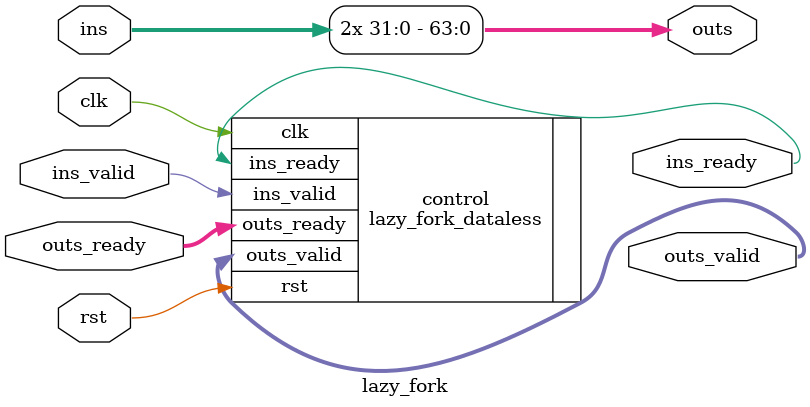
<source format=v>
`timescale 1ns/1ps
module lazy_fork #(
  parameter SIZE = 2,
  parameter DATA_WIDTH = 32
)(
  input  clk,
	input  rst,
  // Input Channels
  input  [DATA_WIDTH - 1 : 0] ins,
  input  ins_valid,
  output ins_ready,
  // Output Channel
  output [SIZE * (DATA_WIDTH) - 1 : 0] outs,
	output [SIZE - 1 : 0] outs_valid,
	input  [SIZE - 1 : 0] outs_ready
);

  lazy_fork_dataless #(
    .SIZE(SIZE)
  ) control (
    .clk 			    (clk				        ),
    .rst 			    (rst				        ),
    .ins_valid 		(ins_valid			    ),
    .ins_ready    (ins_ready		      ),
    .outs_valid 	(outs_valid     	  ),
    .outs_ready 	(outs_ready         )
  );

  assign outs = {SIZE{ins}};

endmodule

</source>
